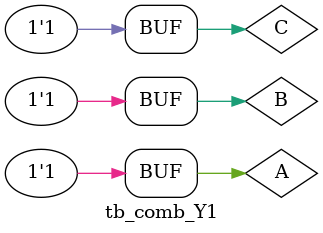
<source format=v>
`timescale 1ns / 1 ns
`include "comb_Y1.v"

module tb_comb_Y1();

reg A, B, C;
wire Y;

initial begin
	{A, B, C} = 3'b0;
	repeat(7) begin
		#1 {A, B, C} = {A, B, C} + 1;
    end
end

comb_Y1 Y1(Y, A, B, C);

initial
	$monitor( "At time %3t,ABC = %3b, Y1 = %b",$time, {A, B, C}, Y);

endmodule

</source>
